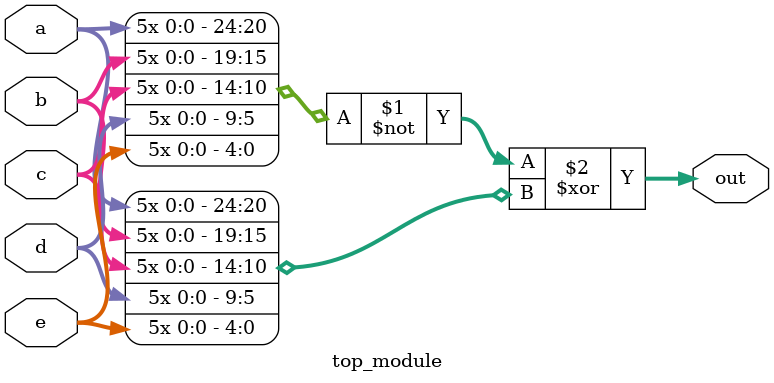
<source format=sv>
module top_module (
    input a,
    input b,
    input c,
    input d,
    input e,
    output [24:0] out
);

   assign out = ~{{5{a}}, {5{b}}, {5{c}}, {5{d}}, {5{e}}} ^ {{5{a}}, {5{b}}, {5{c}}, {5{d}}, {5{e}}};

endmodule

</source>
